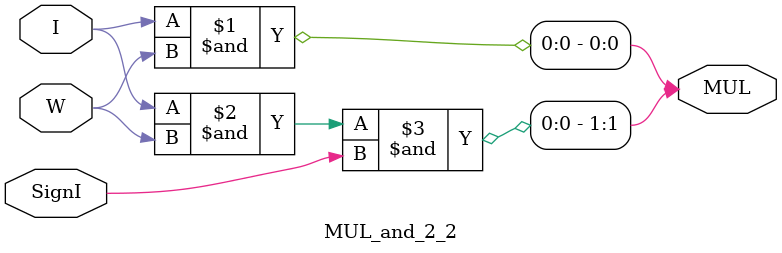
<source format=v>
module MUL_and_2_2 (I, W, SignI, MUL);
  input I, W;
  input SignI;
  output [1:0] MUL;

  assign MUL = {I & W & SignI, I & W};
endmodule
/*
module MUL_and_1_1 (I, W, MUL);
  input I, W;
  output MUL;
  assign MUL = I & W;
endmodule

module MUL_xnor_2_2 (I, W, SignI, SignW, bin, MUL);
  input I, W;
  input SignI, SignW;
  input bin;
  output [1:0] MUL;

  assign MUL = bin ? {0, ~(I^W)} : {I & W & SignI, I & W};
endmodule
*/
/*
module	MUL_reconfigurable_3_3 ( A, B, SignI, SignW, MUL );
input	[1:0] 	A, B;
input 	SignI, 	SignW;
output	[5:0]	MUL;
wire 	[10:0] 	PP;

wire 	[2:0] 	A_Ext, B_Ext;
assign 	A_Ext	= {SignI & A[1], A[1:0]};
assign 	B_Ext	= {SignW & B[1], B[1:0]};

assign 	PP[0]	= A_Ext[0]	& B_Ext[0];
assign 	PP[1]	= A_Ext[1]	& B_Ext[0];
assign	PP[2]	= ~ ( A_Ext[2] 	& B_Ext[0] );
assign 	PP[3] 	= 1'b1;
assign 	PP[4] 	= A_Ext[0]	& B_Ext[1];
assign 	PP[5] 	= A_Ext[1]	& B_Ext[1];
assign	PP[6]	= ~ ( A_Ext[2] 	& B_Ext[1] );
assign	PP[7]	= ~ ( A_Ext[0] 	& B_Ext[2] );
assign	PP[8]	= ~ ( A_Ext[1] 	& B_Ext[2] );
assign 	PP[9] 	= A_Ext[2]	& B_Ext[2];
assign 	PP[10] 	= 1'b1;

wire 	HA_0_CO, FA_0_S, FA_0_CO, HA_1_CO, FA_1_S, FA_1_CO, FA_2_CO, FA_3_CO;

wire	NOCONNECT;
assign 	MUL[0] 	= PP[0];
half_adder 	HA_0 	( .A(PP[1]),	.B(PP[4]),	.S(MUL[1]),	.CO(HA_0_CO) );
full_adder 	FA_0 	( .A(PP[7]), 	.B(PP[5]), 	.CI(HA_0_CO),	.S(FA_0_S),	.CO(FA_0_CO) );
half_adder	HA_1	( .A(PP[2]), 	.B(FA_0_S),	.S(MUL[2]),	.CO(HA_1_CO) );
full_adder 	FA_1	( .A(PP[6]), 	.B(PP[8]),	.CI(FA_0_CO),	.S(FA_1_S),	.CO(FA_1_CO) );
full_adder	FA_2	( .A(PP[3]), 	.B(FA_1_S),	.CI(HA_1_CO), 	.S(MUL[3]), .CO(FA_2_CO) );
full_adder 	FA_3 	( .A(PP[9]), 	.B(FA_1_CO),	.CI(FA_2_CO), 	.S(MUL[4]),	.CO(FA_3_CO) );
half_adder	HA_2	( .A(PP[10]),	.B(FA_3_CO), 	.S(MUL[5]), .CO(NOCONNECT));
endmodule

*/

</source>
